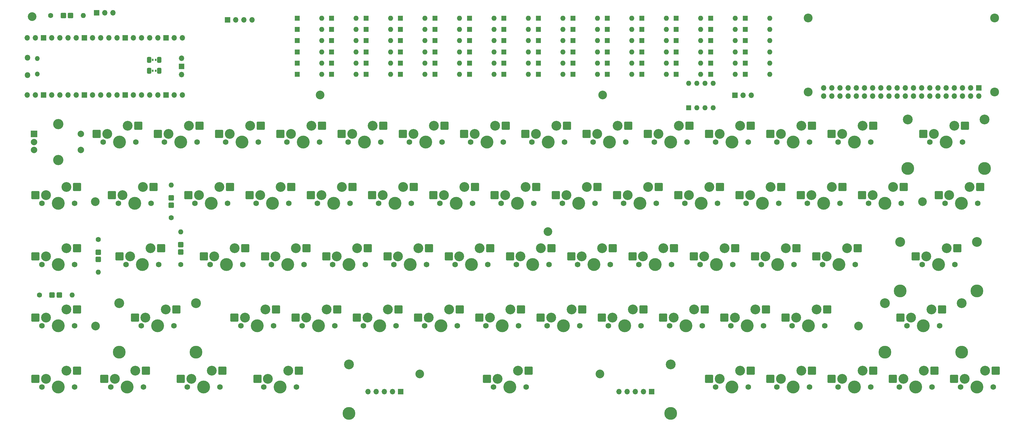
<source format=gbs>
%TF.GenerationSoftware,KiCad,Pcbnew,7.0.8*%
%TF.CreationDate,2023-10-07T09:46:25-04:00*%
%TF.ProjectId,MainBoard,4d61696e-426f-4617-9264-2e6b69636164,rev?*%
%TF.SameCoordinates,Original*%
%TF.FileFunction,Soldermask,Bot*%
%TF.FilePolarity,Negative*%
%FSLAX46Y46*%
G04 Gerber Fmt 4.6, Leading zero omitted, Abs format (unit mm)*
G04 Created by KiCad (PCBNEW 7.0.8) date 2023-10-07 09:46:25*
%MOMM*%
%LPD*%
G01*
G04 APERTURE LIST*
G04 Aperture macros list*
%AMRoundRect*
0 Rectangle with rounded corners*
0 $1 Rounding radius*
0 $2 $3 $4 $5 $6 $7 $8 $9 X,Y pos of 4 corners*
0 Add a 4 corners polygon primitive as box body*
4,1,4,$2,$3,$4,$5,$6,$7,$8,$9,$2,$3,0*
0 Add four circle primitives for the rounded corners*
1,1,$1+$1,$2,$3*
1,1,$1+$1,$4,$5*
1,1,$1+$1,$6,$7*
1,1,$1+$1,$8,$9*
0 Add four rect primitives between the rounded corners*
20,1,$1+$1,$2,$3,$4,$5,0*
20,1,$1+$1,$4,$5,$6,$7,0*
20,1,$1+$1,$6,$7,$8,$9,0*
20,1,$1+$1,$8,$9,$2,$3,0*%
G04 Aperture macros list end*
%ADD10R,1.600000X1.600000*%
%ADD11O,1.600000X1.600000*%
%ADD12C,3.048000*%
%ADD13C,3.987800*%
%ADD14C,2.700000*%
%ADD15R,1.700000X1.700000*%
%ADD16O,1.700000X1.700000*%
%ADD17C,2.750000*%
%ADD18R,2.000000X2.000000*%
%ADD19C,2.000000*%
%ADD20C,3.200000*%
%ADD21O,1.800000X1.800000*%
%ADD22O,1.500000X1.500000*%
%ADD23C,1.750000*%
%ADD24C,3.050000*%
%ADD25C,4.000000*%
%ADD26RoundRect,0.250000X1.025000X1.000000X-1.025000X1.000000X-1.025000X-1.000000X1.025000X-1.000000X0*%
%ADD27RoundRect,0.250000X0.412500X0.650000X-0.412500X0.650000X-0.412500X-0.650000X0.412500X-0.650000X0*%
%ADD28RoundRect,0.140000X0.140000X0.170000X-0.140000X0.170000X-0.140000X-0.170000X0.140000X-0.170000X0*%
%ADD29C,1.600000*%
%ADD30RoundRect,0.388889X0.486111X-0.498611X0.486111X0.498611X-0.486111X0.498611X-0.486111X-0.498611X0*%
%ADD31RoundRect,0.388889X-0.498611X-0.486111X0.498611X-0.486111X0.498611X0.486111X-0.498611X0.486111X0*%
%ADD32RoundRect,0.388889X-0.486111X0.498611X-0.486111X-0.498611X0.486111X-0.498611X0.486111X0.498611X0*%
G04 APERTURE END LIST*
D10*
X85860000Y-18000000D03*
D11*
X93480000Y-18000000D03*
D10*
X225220000Y-28500000D03*
D11*
X232840000Y-28500000D03*
D12*
X275812000Y-42540000D03*
D13*
X275812000Y-57750000D03*
D12*
X299688000Y-42540000D03*
D13*
X299688000Y-57750000D03*
D10*
X128740000Y-14500000D03*
D11*
X136360000Y-14500000D03*
D10*
X118020000Y-28500000D03*
D11*
X125640000Y-28500000D03*
D10*
X160900000Y-11000000D03*
D11*
X168520000Y-11000000D03*
D10*
X85860000Y-14500000D03*
D11*
X93480000Y-14500000D03*
D10*
X182340000Y-18000000D03*
D11*
X189960000Y-18000000D03*
D10*
X128740000Y-21500000D03*
D11*
X136360000Y-21500000D03*
D10*
X203780000Y-18000000D03*
D11*
X211400000Y-18000000D03*
D10*
X107300000Y-28500000D03*
D11*
X114920000Y-28500000D03*
D10*
X96580000Y-14500000D03*
D11*
X104200000Y-14500000D03*
D10*
X150180000Y-28500000D03*
D11*
X157800000Y-28500000D03*
D10*
X193060000Y-11000000D03*
D11*
X200680000Y-11000000D03*
D10*
X225220000Y-21500000D03*
D11*
X232840000Y-21500000D03*
D10*
X107300000Y-11000000D03*
D11*
X114920000Y-11000000D03*
D10*
X128740000Y-11000000D03*
D11*
X136360000Y-11000000D03*
D10*
X203780000Y-14500000D03*
D11*
X211400000Y-14500000D03*
D10*
X150180000Y-11000000D03*
D11*
X157800000Y-11000000D03*
D14*
X23190200Y-106781600D03*
D10*
X160900000Y-21500000D03*
D11*
X168520000Y-21500000D03*
D10*
X203780000Y-28500000D03*
D11*
X211400000Y-28500000D03*
D10*
X118020000Y-21500000D03*
D11*
X125640000Y-21500000D03*
D10*
X171620000Y-28500000D03*
D11*
X179240000Y-28500000D03*
D10*
X193060000Y-14500000D03*
D11*
X200680000Y-14500000D03*
D10*
X203780000Y-21500000D03*
D11*
X211400000Y-21500000D03*
D15*
X64220000Y-11500000D03*
D16*
X66760000Y-11500000D03*
X69300000Y-11500000D03*
X71840000Y-11500000D03*
D10*
X150180000Y-21500000D03*
D11*
X157800000Y-21500000D03*
D10*
X214500000Y-11000000D03*
D11*
X222120000Y-11000000D03*
D10*
X182340000Y-21500000D03*
D11*
X189960000Y-21500000D03*
D10*
X214500000Y-18000000D03*
D11*
X222120000Y-18000000D03*
D15*
X222072200Y-35026600D03*
D16*
X224612200Y-35026600D03*
X227152200Y-35026600D03*
D10*
X225220000Y-14500000D03*
D11*
X232840000Y-14500000D03*
D10*
X139460000Y-18000000D03*
D11*
X147080000Y-18000000D03*
D10*
X193060000Y-28500000D03*
D11*
X200680000Y-28500000D03*
D10*
X193060000Y-21500000D03*
D11*
X200680000Y-21500000D03*
D10*
X118020000Y-11000000D03*
D11*
X125640000Y-11000000D03*
D12*
X273430750Y-80640000D03*
D13*
X273430750Y-95850000D03*
D12*
X297306750Y-80640000D03*
D13*
X297306750Y-95850000D03*
D10*
X225220000Y-25000000D03*
D11*
X232840000Y-25000000D03*
D10*
X171620000Y-18000000D03*
D11*
X179240000Y-18000000D03*
D12*
X30543250Y-99690000D03*
D13*
X30543250Y-114900000D03*
D12*
X54419250Y-99690000D03*
D13*
X54419250Y-114900000D03*
D10*
X171620000Y-21500000D03*
D11*
X179240000Y-21500000D03*
D14*
X280390600Y-68072000D03*
D10*
X107300000Y-25000000D03*
D11*
X114920000Y-25000000D03*
D10*
X182340000Y-14500000D03*
D11*
X189960000Y-14500000D03*
D14*
X163906200Y-77419200D03*
D10*
X96580000Y-28500000D03*
D11*
X104200000Y-28500000D03*
D10*
X107300000Y-21500000D03*
D11*
X114920000Y-21500000D03*
D10*
X171620000Y-25000000D03*
D11*
X179240000Y-25000000D03*
D10*
X182340000Y-11000000D03*
D11*
X189960000Y-11000000D03*
D10*
X85860000Y-21500000D03*
D11*
X93480000Y-21500000D03*
D10*
X139460000Y-21500000D03*
D11*
X147080000Y-21500000D03*
D14*
X123968750Y-121725000D03*
D12*
X268668250Y-99690000D03*
D13*
X268668250Y-114900000D03*
D12*
X292544250Y-99690000D03*
D13*
X292544250Y-114900000D03*
D17*
X302800000Y-10950000D03*
X244800000Y-10950000D03*
X302800000Y-33950000D03*
X244800000Y-33950000D03*
D15*
X297930000Y-32680000D03*
D16*
X297930000Y-35220000D03*
X295390000Y-32680000D03*
X295390000Y-35220000D03*
X292850000Y-32680000D03*
X292850000Y-35220000D03*
X290310000Y-32680000D03*
X290310000Y-35220000D03*
X287770000Y-32680000D03*
X287770000Y-35220000D03*
X285230000Y-32680000D03*
X285230000Y-35220000D03*
X282690000Y-32680000D03*
X282690000Y-35220000D03*
X280150000Y-32680000D03*
X280150000Y-35220000D03*
X277610000Y-32680000D03*
X277610000Y-35220000D03*
X275070000Y-32680000D03*
X275070000Y-35220000D03*
X272530000Y-32680000D03*
X272530000Y-35220000D03*
X269990000Y-32680000D03*
X269990000Y-35220000D03*
X267450000Y-32680000D03*
X267450000Y-35220000D03*
X264910000Y-32680000D03*
X264910000Y-35220000D03*
X262370000Y-32680000D03*
X262370000Y-35220000D03*
X259830000Y-32680000D03*
X259830000Y-35220000D03*
X257290000Y-32680000D03*
X257290000Y-35220000D03*
X254750000Y-32680000D03*
X254750000Y-35220000D03*
X252210000Y-32680000D03*
X252210000Y-35220000D03*
X249670000Y-32680000D03*
X249670000Y-35220000D03*
D14*
X180068750Y-121725000D03*
D12*
X102018750Y-118740000D03*
D13*
X102018750Y-133950000D03*
D12*
X202018750Y-118740000D03*
D13*
X202018750Y-133950000D03*
D10*
X160900000Y-28500000D03*
D11*
X168520000Y-28500000D03*
D10*
X214500000Y-25000000D03*
D11*
X222120000Y-25000000D03*
D10*
X182340000Y-28500000D03*
D11*
X189960000Y-28500000D03*
D14*
X260502400Y-106781600D03*
D10*
X128740000Y-18000000D03*
D11*
X136360000Y-18000000D03*
D10*
X214500000Y-21500000D03*
D11*
X222120000Y-21500000D03*
D10*
X85860000Y-28500000D03*
D11*
X93480000Y-28500000D03*
D14*
X180924200Y-34899600D03*
D10*
X160900000Y-18000000D03*
D11*
X168520000Y-18000000D03*
D10*
X171620000Y-11000000D03*
D11*
X179240000Y-11000000D03*
D10*
X150180000Y-18000000D03*
D11*
X157800000Y-18000000D03*
D10*
X107300000Y-18000000D03*
D11*
X114920000Y-18000000D03*
D10*
X193060000Y-25000000D03*
D11*
X200680000Y-25000000D03*
D10*
X203780000Y-25000000D03*
D11*
X211400000Y-25000000D03*
D10*
X96580000Y-11000000D03*
D11*
X104200000Y-11000000D03*
D18*
X4045000Y-47045000D03*
D19*
X4045000Y-52045000D03*
X4045000Y-49545000D03*
D20*
X11545000Y-43945000D03*
X11545000Y-55145000D03*
D19*
X18545000Y-52045000D03*
X18545000Y-47045000D03*
D10*
X139460000Y-28500000D03*
D11*
X147080000Y-28500000D03*
D14*
X23088600Y-68072000D03*
D10*
X150180000Y-25000000D03*
D11*
X157800000Y-25000000D03*
D10*
X225220000Y-11000000D03*
D11*
X232840000Y-11000000D03*
D10*
X118020000Y-25000000D03*
D11*
X125640000Y-25000000D03*
D10*
X85860000Y-11000000D03*
D11*
X93480000Y-11000000D03*
D14*
X92989400Y-34899600D03*
D10*
X128740000Y-25000000D03*
D11*
X136360000Y-25000000D03*
D10*
X203780000Y-11000000D03*
D11*
X211400000Y-11000000D03*
D10*
X96580000Y-21500000D03*
D11*
X104200000Y-21500000D03*
D10*
X150180000Y-14500000D03*
D11*
X157800000Y-14500000D03*
D10*
X118020000Y-18000000D03*
D11*
X125640000Y-18000000D03*
D10*
X207645000Y-38912800D03*
D11*
X210185000Y-38912800D03*
X212725000Y-38912800D03*
X215265000Y-38912800D03*
X215265000Y-31292800D03*
X212725000Y-31292800D03*
X210185000Y-31292800D03*
X207645000Y-31292800D03*
D10*
X225220000Y-18000000D03*
D11*
X232840000Y-18000000D03*
D10*
X96580000Y-18000000D03*
D11*
X104200000Y-18000000D03*
D10*
X193060000Y-18000000D03*
D11*
X200680000Y-18000000D03*
D21*
X2000000Y-28725000D03*
D22*
X5030000Y-28425000D03*
X5030000Y-23575000D03*
D21*
X2000000Y-23275000D03*
D16*
X1870000Y-34890000D03*
X4410000Y-34890000D03*
D15*
X6950000Y-34890000D03*
D16*
X9490000Y-34890000D03*
X12030000Y-34890000D03*
X14570000Y-34890000D03*
X17110000Y-34890000D03*
D15*
X19650000Y-34890000D03*
D16*
X22190000Y-34890000D03*
X24730000Y-34890000D03*
X27270000Y-34890000D03*
X29810000Y-34890000D03*
D15*
X32350000Y-34890000D03*
D16*
X34890000Y-34890000D03*
X37430000Y-34890000D03*
X39970000Y-34890000D03*
X42510000Y-34890000D03*
D15*
X45050000Y-34890000D03*
D16*
X47590000Y-34890000D03*
X50130000Y-34890000D03*
X50130000Y-17110000D03*
X47590000Y-17110000D03*
D15*
X45050000Y-17110000D03*
D16*
X42510000Y-17110000D03*
X39970000Y-17110000D03*
X37430000Y-17110000D03*
X34890000Y-17110000D03*
D15*
X32350000Y-17110000D03*
D16*
X29810000Y-17110000D03*
X27270000Y-17110000D03*
X24730000Y-17110000D03*
X22190000Y-17110000D03*
D15*
X19650000Y-17110000D03*
D16*
X17110000Y-17110000D03*
X14570000Y-17110000D03*
X12030000Y-17110000D03*
X9490000Y-17110000D03*
D15*
X6950000Y-17110000D03*
D16*
X4410000Y-17110000D03*
X1870000Y-17110000D03*
X49900000Y-28540000D03*
D15*
X49900000Y-26000000D03*
D16*
X49900000Y-23460000D03*
D10*
X107300000Y-14500000D03*
D11*
X114920000Y-14500000D03*
D10*
X85860000Y-25000000D03*
D11*
X93480000Y-25000000D03*
D10*
X139460000Y-11000000D03*
D11*
X147080000Y-11000000D03*
D10*
X214500000Y-14500000D03*
D11*
X222120000Y-14500000D03*
D14*
X3403600Y-10515600D03*
D10*
X160900000Y-25000000D03*
D11*
X168520000Y-25000000D03*
D10*
X139460000Y-25000000D03*
D11*
X147080000Y-25000000D03*
D10*
X96580000Y-25000000D03*
D11*
X104200000Y-25000000D03*
D10*
X128740000Y-28500000D03*
D11*
X136360000Y-28500000D03*
D10*
X214500000Y-28500000D03*
D11*
X222120000Y-28500000D03*
D10*
X182340000Y-25000000D03*
D11*
X189960000Y-25000000D03*
D10*
X118020000Y-14500000D03*
D11*
X125640000Y-14500000D03*
D10*
X171620000Y-14500000D03*
D11*
X179240000Y-14500000D03*
D10*
X160900000Y-14500000D03*
D11*
X168520000Y-14500000D03*
D10*
X139460000Y-14500000D03*
D11*
X147080000Y-14500000D03*
D23*
X145192500Y-87625000D03*
D24*
X142652500Y-82545000D03*
D25*
X140112500Y-87625000D03*
D24*
X136302500Y-85085000D03*
D23*
X135032500Y-87625000D03*
D26*
X133027500Y-85085000D03*
X145954500Y-82545000D03*
D23*
X102330000Y-68575000D03*
D24*
X99790000Y-63495000D03*
D25*
X97250000Y-68575000D03*
D24*
X93440000Y-66035000D03*
D23*
X92170000Y-68575000D03*
D26*
X90165000Y-66035000D03*
X103092000Y-63495000D03*
D23*
X157098750Y-125724999D03*
D24*
X154558750Y-120644999D03*
D25*
X152018750Y-125724999D03*
D24*
X148208750Y-123184999D03*
D23*
X146938750Y-125724999D03*
D26*
X144933750Y-123184999D03*
X157860750Y-120644999D03*
D23*
X183292500Y-87625000D03*
D24*
X180752500Y-82545000D03*
D25*
X178212500Y-87625000D03*
D24*
X174402500Y-85085000D03*
D23*
X173132500Y-87625000D03*
D26*
X171127500Y-85085000D03*
X184054500Y-82545000D03*
D27*
X42964500Y-27330400D03*
D28*
X41882000Y-27330400D03*
X40922000Y-27330400D03*
D27*
X39839500Y-27330400D03*
D23*
X16605000Y-106674999D03*
D24*
X14065000Y-101594999D03*
D25*
X11525000Y-106674999D03*
D24*
X7715000Y-104134999D03*
D23*
X6445000Y-106674999D03*
D26*
X4440000Y-104134999D03*
X17367000Y-101594999D03*
D23*
X221392500Y-87625000D03*
D24*
X218852500Y-82545000D03*
D25*
X216312500Y-87625000D03*
D24*
X212502500Y-85085000D03*
D23*
X211232500Y-87625000D03*
D26*
X209227500Y-85085000D03*
X222154500Y-82545000D03*
D23*
X226155000Y-49525000D03*
D24*
X223615000Y-44445000D03*
D25*
X221075000Y-49525000D03*
D24*
X217265000Y-46985000D03*
D23*
X215995000Y-49525000D03*
D26*
X213990000Y-46985000D03*
X226917000Y-44445000D03*
D23*
X140430000Y-68575000D03*
D24*
X137890000Y-63495000D03*
D25*
X135350000Y-68575000D03*
D24*
X131540000Y-66035000D03*
D23*
X130270000Y-68575000D03*
D26*
X128265000Y-66035000D03*
X141192000Y-63495000D03*
D23*
X240442500Y-87625000D03*
D24*
X237902500Y-82545000D03*
D25*
X235362500Y-87625000D03*
D24*
X231552500Y-85085000D03*
D23*
X230282500Y-87625000D03*
D26*
X228277500Y-85085000D03*
X241204500Y-82545000D03*
D23*
X197580000Y-68575000D03*
D24*
X195040000Y-63495000D03*
D25*
X192500000Y-68575000D03*
D24*
X188690000Y-66035000D03*
D23*
X187420000Y-68575000D03*
D26*
X185415000Y-66035000D03*
X198342000Y-63495000D03*
D23*
X211867500Y-106674999D03*
D24*
X209327500Y-101594999D03*
D25*
X206787500Y-106674999D03*
D24*
X202977500Y-104134999D03*
D23*
X201707500Y-106674999D03*
D26*
X199702500Y-104134999D03*
X212629500Y-101594999D03*
D23*
X83280000Y-68575000D03*
D24*
X80740000Y-63495000D03*
D25*
X78200000Y-68575000D03*
D24*
X74390000Y-66035000D03*
D23*
X73120000Y-68575000D03*
D26*
X71115000Y-66035000D03*
X84042000Y-63495000D03*
D15*
X118048750Y-127160000D03*
D16*
X115508750Y-127160000D03*
X112968750Y-127160000D03*
X110428750Y-127160000D03*
X107888750Y-127160000D03*
D23*
X121380000Y-68575000D03*
D24*
X118840000Y-63495000D03*
D25*
X116300000Y-68575000D03*
D24*
X112490000Y-66035000D03*
D23*
X111220000Y-68575000D03*
D26*
X109215000Y-66035000D03*
X122142000Y-63495000D03*
D23*
X97567500Y-106674999D03*
D24*
X95027500Y-101594999D03*
D25*
X92487500Y-106674999D03*
D24*
X88677500Y-104134999D03*
D23*
X87407500Y-106674999D03*
D26*
X85402500Y-104134999D03*
X98329500Y-101594999D03*
D23*
X264255000Y-49525000D03*
D24*
X261715000Y-44445000D03*
D25*
X259175000Y-49525000D03*
D24*
X255365000Y-46985000D03*
D23*
X254095000Y-49525000D03*
D26*
X252090000Y-46985000D03*
X265017000Y-44445000D03*
D23*
X273780000Y-68575000D03*
D24*
X271240000Y-63495000D03*
D25*
X268700000Y-68575000D03*
D24*
X264890000Y-66035000D03*
D23*
X263620000Y-68575000D03*
D26*
X261615000Y-66035000D03*
X274542000Y-63495000D03*
D23*
X290448750Y-87625000D03*
D24*
X287908750Y-82545000D03*
D25*
X285368750Y-87625000D03*
D24*
X281558750Y-85085000D03*
D23*
X280288750Y-87625000D03*
D26*
X278283750Y-85085000D03*
X291210750Y-82545000D03*
D23*
X85661250Y-125724999D03*
D24*
X83121250Y-120644999D03*
D25*
X80581250Y-125724999D03*
D24*
X76771250Y-123184999D03*
D23*
X75501250Y-125724999D03*
D26*
X73496250Y-123184999D03*
X86423250Y-120644999D03*
D23*
X226155000Y-125724999D03*
D24*
X223615000Y-120644999D03*
D25*
X221075000Y-125724999D03*
D24*
X217265000Y-123184999D03*
D23*
X215995000Y-125724999D03*
D26*
X213990000Y-123184999D03*
X226917000Y-120644999D03*
D23*
X61848750Y-125724999D03*
D24*
X59308750Y-120644999D03*
D25*
X56768750Y-125724999D03*
D24*
X52958750Y-123184999D03*
D23*
X51688750Y-125724999D03*
D26*
X49683750Y-123184999D03*
X62610750Y-120644999D03*
D23*
X35655000Y-49525000D03*
D24*
X33115000Y-44445000D03*
D25*
X30575000Y-49525000D03*
D24*
X26765000Y-46985000D03*
D23*
X25495000Y-49525000D03*
D26*
X23490000Y-46985000D03*
X36417000Y-44445000D03*
D23*
X264255000Y-125724999D03*
D24*
X261715000Y-120644999D03*
D25*
X259175000Y-125724999D03*
D24*
X255365000Y-123184999D03*
D23*
X254095000Y-125724999D03*
D26*
X252090000Y-123184999D03*
X265017000Y-120644999D03*
D23*
X42798750Y-87625000D03*
D24*
X40258750Y-82545000D03*
D25*
X37718750Y-87625000D03*
D24*
X33908750Y-85085000D03*
D23*
X32638750Y-87625000D03*
D26*
X30633750Y-85085000D03*
X43560750Y-82545000D03*
D23*
X259492500Y-87625000D03*
D24*
X256952500Y-82545000D03*
D25*
X254412500Y-87625000D03*
D24*
X250602500Y-85085000D03*
D23*
X249332500Y-87625000D03*
D26*
X247327500Y-85085000D03*
X260254500Y-82545000D03*
D23*
X283305000Y-125724999D03*
D24*
X280765000Y-120644999D03*
D25*
X278225000Y-125724999D03*
D24*
X274415000Y-123184999D03*
D23*
X273145000Y-125724999D03*
D26*
X271140000Y-123184999D03*
X284067000Y-120644999D03*
D29*
X49657000Y-87675000D03*
D30*
X49657000Y-83732500D03*
X49657000Y-81457500D03*
D11*
X49657000Y-77515000D03*
D23*
X38036249Y-125724999D03*
D24*
X35496249Y-120644999D03*
D25*
X32956249Y-125724999D03*
D24*
X29146249Y-123184999D03*
D23*
X27876249Y-125724999D03*
D26*
X25871249Y-123184999D03*
X38798249Y-120644999D03*
D23*
X173767500Y-106674999D03*
D24*
X171227500Y-101594999D03*
D25*
X168687500Y-106674999D03*
D24*
X164877500Y-104134999D03*
D23*
X163607500Y-106674999D03*
D26*
X161602500Y-104134999D03*
X174529500Y-101594999D03*
D23*
X130904999Y-49525000D03*
D24*
X128364999Y-44445000D03*
D25*
X125824999Y-49525000D03*
D24*
X122014999Y-46985000D03*
D23*
X120744999Y-49525000D03*
D26*
X118739999Y-46985000D03*
X131666999Y-44445000D03*
D23*
X135667500Y-106674999D03*
D24*
X133127500Y-101594999D03*
D25*
X130587500Y-106674999D03*
D24*
X126777500Y-104134999D03*
D23*
X125507500Y-106674999D03*
D26*
X123502500Y-104134999D03*
X136429500Y-101594999D03*
D23*
X245205000Y-49525000D03*
D24*
X242665000Y-44445000D03*
D25*
X240125000Y-49525000D03*
D24*
X236315000Y-46985000D03*
D23*
X235045000Y-49525000D03*
D26*
X233040000Y-46985000D03*
X245967000Y-44445000D03*
D23*
X64230000Y-68575000D03*
D24*
X61690000Y-63495000D03*
D25*
X59150000Y-68575000D03*
D24*
X55340000Y-66035000D03*
D23*
X54070000Y-68575000D03*
D26*
X52065000Y-66035000D03*
X64992000Y-63495000D03*
D23*
X54705000Y-49525000D03*
D24*
X52165000Y-44445000D03*
D25*
X49625000Y-49525000D03*
D24*
X45815000Y-46985000D03*
D23*
X44545000Y-49525000D03*
D26*
X42540000Y-46985000D03*
X55467000Y-44445000D03*
D15*
X196148750Y-127160000D03*
D16*
X193608750Y-127160000D03*
X191068750Y-127160000D03*
X188528750Y-127160000D03*
X185988750Y-127160000D03*
D23*
X188055000Y-49525000D03*
D24*
X185515000Y-44445000D03*
D25*
X182975000Y-49525000D03*
D24*
X179165000Y-46985000D03*
D23*
X177895000Y-49525000D03*
D26*
X175890000Y-46985000D03*
X188817000Y-44445000D03*
D23*
X249967500Y-106674999D03*
D24*
X247427500Y-101594999D03*
D25*
X244887500Y-106674999D03*
D24*
X241077500Y-104134999D03*
D23*
X239807500Y-106674999D03*
D26*
X237802500Y-104134999D03*
X250729500Y-101594999D03*
D23*
X285686250Y-106674999D03*
D24*
X283146250Y-101594999D03*
D25*
X280606250Y-106674999D03*
D24*
X276796250Y-104134999D03*
D23*
X275526250Y-106674999D03*
D26*
X273521250Y-104134999D03*
X286448250Y-101594999D03*
D29*
X5675000Y-97175000D03*
D31*
X9617500Y-97175000D03*
X11892500Y-97175000D03*
D11*
X15835000Y-97175000D03*
D29*
X24000000Y-79865000D03*
D32*
X24000000Y-83807500D03*
X24000000Y-86082500D03*
D11*
X24000000Y-90025000D03*
D23*
X16605000Y-125724999D03*
D24*
X14065000Y-120644999D03*
D25*
X11525000Y-125724999D03*
D24*
X7715000Y-123184999D03*
D23*
X6445000Y-125724999D03*
D26*
X4440000Y-123184999D03*
X17367000Y-120644999D03*
D23*
X16605000Y-87625000D03*
D24*
X14065000Y-82545000D03*
D25*
X11525000Y-87625000D03*
D24*
X7715000Y-85085000D03*
D23*
X6445000Y-87625000D03*
D26*
X4440000Y-85085000D03*
X17367000Y-82545000D03*
D23*
X230917500Y-106674999D03*
D24*
X228377500Y-101594999D03*
D25*
X225837500Y-106674999D03*
D24*
X222027500Y-104134999D03*
D23*
X220757500Y-106674999D03*
D26*
X218752500Y-104134999D03*
X231679500Y-101594999D03*
D29*
X9182500Y-10200000D03*
D31*
X13125000Y-10200000D03*
X15400000Y-10200000D03*
D11*
X19342500Y-10200000D03*
D23*
X169005000Y-49525000D03*
D24*
X166465000Y-44445000D03*
D25*
X163925000Y-49525000D03*
D24*
X160115000Y-46985000D03*
D23*
X158845000Y-49525000D03*
D26*
X156840000Y-46985000D03*
X169767000Y-44445000D03*
D23*
X297592500Y-68575000D03*
D24*
X295052500Y-63495000D03*
D25*
X292512500Y-68575000D03*
D24*
X288702500Y-66035000D03*
D23*
X287432500Y-68575000D03*
D26*
X285427500Y-66035000D03*
X298354500Y-63495000D03*
D23*
X107092500Y-87625000D03*
D24*
X104552500Y-82545000D03*
D25*
X102012500Y-87625000D03*
D24*
X98202500Y-85085000D03*
D23*
X96932500Y-87625000D03*
D26*
X94927500Y-85085000D03*
X107854500Y-82545000D03*
D23*
X202342500Y-87625000D03*
D24*
X199802500Y-82545000D03*
D25*
X197262500Y-87625000D03*
D24*
X193452500Y-85085000D03*
D23*
X192182500Y-87625000D03*
D26*
X190177500Y-85085000D03*
X203104500Y-82545000D03*
D29*
X46725000Y-73130000D03*
D30*
X46725000Y-69187500D03*
X46725000Y-66912500D03*
D11*
X46725000Y-62970000D03*
D23*
X245205000Y-125724999D03*
D24*
X242665000Y-120644999D03*
D25*
X240125000Y-125724999D03*
D24*
X236315000Y-123184999D03*
D23*
X235045000Y-125724999D03*
D26*
X233040000Y-123184999D03*
X245967000Y-120644999D03*
D23*
X16605000Y-68575000D03*
D24*
X14065000Y-63495000D03*
D25*
X11525000Y-68575000D03*
D24*
X7715000Y-66035000D03*
D23*
X6445000Y-68575000D03*
D26*
X4440000Y-66035000D03*
X17367000Y-63495000D03*
D23*
X178530000Y-68575000D03*
D24*
X175990000Y-63495000D03*
D25*
X173450000Y-68575000D03*
D24*
X169640000Y-66035000D03*
D23*
X168370000Y-68575000D03*
D26*
X166365000Y-66035000D03*
X179292000Y-63495000D03*
D23*
X302355000Y-125724999D03*
D24*
X299815000Y-120644999D03*
D25*
X297275000Y-125724999D03*
D24*
X293465000Y-123184999D03*
D23*
X292195000Y-125724999D03*
D26*
X290190000Y-123184999D03*
X303117000Y-120644999D03*
D23*
X292830000Y-49525000D03*
D24*
X290290000Y-44445000D03*
D25*
X287750000Y-49525000D03*
D24*
X283940000Y-46985000D03*
D23*
X282670000Y-49525000D03*
D26*
X280665000Y-46985000D03*
X293592000Y-44445000D03*
D23*
X254730000Y-68575000D03*
D24*
X252190000Y-63495000D03*
D25*
X249650000Y-68575000D03*
D24*
X245840000Y-66035000D03*
D23*
X244570000Y-68575000D03*
D26*
X242565000Y-66035000D03*
X255492000Y-63495000D03*
D15*
X23520400Y-9347200D03*
D16*
X26060400Y-9347200D03*
X28600400Y-9347200D03*
D23*
X68992500Y-87625000D03*
D24*
X66452500Y-82545000D03*
D25*
X63912500Y-87625000D03*
D24*
X60102500Y-85085000D03*
D23*
X58832500Y-87625000D03*
D26*
X56827500Y-85085000D03*
X69754500Y-82545000D03*
D23*
X88042500Y-87625000D03*
D24*
X85502500Y-82545000D03*
D25*
X82962500Y-87625000D03*
D24*
X79152500Y-85085000D03*
D23*
X77882500Y-87625000D03*
D26*
X75877500Y-85085000D03*
X88804500Y-82545000D03*
D23*
X159480000Y-68575000D03*
D24*
X156940000Y-63495000D03*
D25*
X154400000Y-68575000D03*
D24*
X150590000Y-66035000D03*
D23*
X149320000Y-68575000D03*
D26*
X147315000Y-66035000D03*
X160242000Y-63495000D03*
D23*
X73755000Y-49525000D03*
D24*
X71215000Y-44445000D03*
D25*
X68675000Y-49525000D03*
D24*
X64865000Y-46985000D03*
D23*
X63595000Y-49525000D03*
D26*
X61590000Y-46985000D03*
X74517000Y-44445000D03*
D23*
X92805000Y-49525000D03*
D24*
X90265000Y-44445000D03*
D25*
X87725000Y-49525000D03*
D24*
X83915000Y-46985000D03*
D23*
X82645000Y-49525000D03*
D26*
X80640000Y-46985000D03*
X93567000Y-44445000D03*
D23*
X40417500Y-68575000D03*
D24*
X37877500Y-63495000D03*
D25*
X35337500Y-68575000D03*
D24*
X31527500Y-66035000D03*
D23*
X30257500Y-68575000D03*
D26*
X28252500Y-66035000D03*
X41179500Y-63495000D03*
D23*
X111854999Y-49525000D03*
D24*
X109314999Y-44445000D03*
D25*
X106774999Y-49525000D03*
D24*
X102964999Y-46985000D03*
D23*
X101694999Y-49525000D03*
D26*
X99689999Y-46985000D03*
X112616999Y-44445000D03*
D23*
X207105000Y-49525000D03*
D24*
X204565000Y-44445000D03*
D25*
X202025000Y-49525000D03*
D24*
X198215000Y-46985000D03*
D23*
X196945000Y-49525000D03*
D26*
X194940000Y-46985000D03*
X207867000Y-44445000D03*
D23*
X78517500Y-106674999D03*
D24*
X75977500Y-101594999D03*
D25*
X73437500Y-106674999D03*
D24*
X69627500Y-104134999D03*
D23*
X68357500Y-106674999D03*
D26*
X66352500Y-104134999D03*
X79279500Y-101594999D03*
D23*
X47561250Y-106674999D03*
D24*
X45021250Y-101594999D03*
D25*
X42481250Y-106674999D03*
D24*
X38671250Y-104134999D03*
D23*
X37401250Y-106674999D03*
D26*
X35396250Y-104134999D03*
X48323250Y-101594999D03*
D27*
X42964500Y-23980400D03*
D28*
X41882000Y-23980400D03*
X40922000Y-23980400D03*
D27*
X39839500Y-23980400D03*
D23*
X126142500Y-87625000D03*
D24*
X123602500Y-82545000D03*
D25*
X121062500Y-87625000D03*
D24*
X117252500Y-85085000D03*
D23*
X115982500Y-87625000D03*
D26*
X113977500Y-85085000D03*
X126904500Y-82545000D03*
D23*
X235680000Y-68575000D03*
D24*
X233140000Y-63495000D03*
D25*
X230600000Y-68575000D03*
D24*
X226790000Y-66035000D03*
D23*
X225520000Y-68575000D03*
D26*
X223515000Y-66035000D03*
X236442000Y-63495000D03*
D23*
X149955000Y-49525000D03*
D24*
X147415000Y-44445000D03*
D25*
X144875000Y-49525000D03*
D24*
X141065000Y-46985000D03*
D23*
X139795000Y-49525000D03*
D26*
X137790000Y-46985000D03*
X150717000Y-44445000D03*
D23*
X116617500Y-106674999D03*
D24*
X114077500Y-101594999D03*
D25*
X111537500Y-106674999D03*
D24*
X107727500Y-104134999D03*
D23*
X106457500Y-106674999D03*
D26*
X104452500Y-104134999D03*
X117379500Y-101594999D03*
D23*
X216630000Y-68575000D03*
D24*
X214090000Y-63495000D03*
D25*
X211550000Y-68575000D03*
D24*
X207740000Y-66035000D03*
D23*
X206470000Y-68575000D03*
D26*
X204465000Y-66035000D03*
X217392000Y-63495000D03*
D23*
X192817500Y-106674999D03*
D24*
X190277500Y-101594999D03*
D25*
X187737500Y-106674999D03*
D24*
X183927500Y-104134999D03*
D23*
X182657500Y-106674999D03*
D26*
X180652500Y-104134999D03*
X193579500Y-101594999D03*
D23*
X154717500Y-106674999D03*
D24*
X152177500Y-101594999D03*
D25*
X149637500Y-106674999D03*
D24*
X145827500Y-104134999D03*
D23*
X144557500Y-106674999D03*
D26*
X142552500Y-104134999D03*
X155479500Y-101594999D03*
D23*
X164242500Y-87625000D03*
D24*
X161702500Y-82545000D03*
D25*
X159162500Y-87625000D03*
D24*
X155352500Y-85085000D03*
D23*
X154082500Y-87625000D03*
D26*
X152077500Y-85085000D03*
X165004500Y-82545000D03*
M02*

</source>
